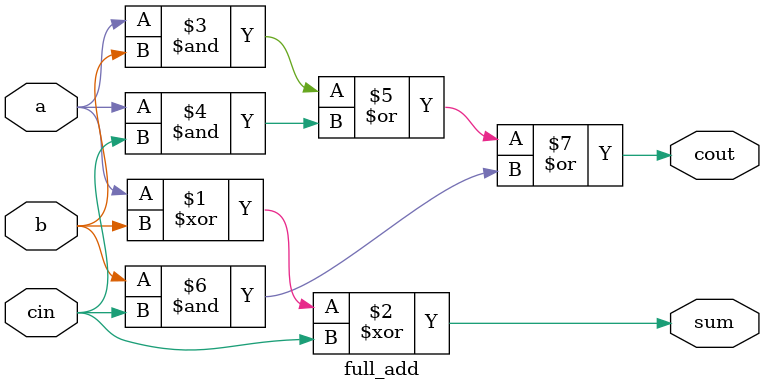
<source format=v>
module full_add ( 
    input a, b, cin,
    output sum, cout );

    // write code here
    // Расчет суммы: XOR всех трех входов
    assign sum = a ^ b ^ cin;
    
    // Расчет переноса: если хотя бы два из трех входов равны 1
    assign cout = (a & b) | (a & cin) | (b & cin);

endmodule
</source>
